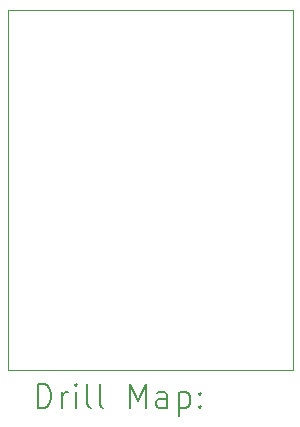
<source format=gbr>
%TF.GenerationSoftware,KiCad,Pcbnew,7.0.10*%
%TF.CreationDate,2024-02-09T12:47:51+11:00*%
%TF.ProjectId,PIC16F15214 Debugger,50494331-3646-4313-9532-313420446562,1.0-A*%
%TF.SameCoordinates,Original*%
%TF.FileFunction,Drillmap*%
%TF.FilePolarity,Positive*%
%FSLAX45Y45*%
G04 Gerber Fmt 4.5, Leading zero omitted, Abs format (unit mm)*
G04 Created by KiCad (PCBNEW 7.0.10) date 2024-02-09 12:47:51*
%MOMM*%
%LPD*%
G01*
G04 APERTURE LIST*
%ADD10C,0.100000*%
%ADD11C,0.200000*%
G04 APERTURE END LIST*
D10*
X13336513Y-8255000D02*
X15749513Y-8255000D01*
X15749513Y-11303000D01*
X13336513Y-11303000D01*
X13336513Y-8255000D01*
D11*
X13592290Y-11619484D02*
X13592290Y-11419484D01*
X13592290Y-11419484D02*
X13639909Y-11419484D01*
X13639909Y-11419484D02*
X13668480Y-11429008D01*
X13668480Y-11429008D02*
X13687528Y-11448055D01*
X13687528Y-11448055D02*
X13697052Y-11467103D01*
X13697052Y-11467103D02*
X13706575Y-11505198D01*
X13706575Y-11505198D02*
X13706575Y-11533769D01*
X13706575Y-11533769D02*
X13697052Y-11571865D01*
X13697052Y-11571865D02*
X13687528Y-11590912D01*
X13687528Y-11590912D02*
X13668480Y-11609960D01*
X13668480Y-11609960D02*
X13639909Y-11619484D01*
X13639909Y-11619484D02*
X13592290Y-11619484D01*
X13792290Y-11619484D02*
X13792290Y-11486150D01*
X13792290Y-11524246D02*
X13801813Y-11505198D01*
X13801813Y-11505198D02*
X13811337Y-11495674D01*
X13811337Y-11495674D02*
X13830385Y-11486150D01*
X13830385Y-11486150D02*
X13849433Y-11486150D01*
X13916099Y-11619484D02*
X13916099Y-11486150D01*
X13916099Y-11419484D02*
X13906575Y-11429008D01*
X13906575Y-11429008D02*
X13916099Y-11438531D01*
X13916099Y-11438531D02*
X13925623Y-11429008D01*
X13925623Y-11429008D02*
X13916099Y-11419484D01*
X13916099Y-11419484D02*
X13916099Y-11438531D01*
X14039909Y-11619484D02*
X14020861Y-11609960D01*
X14020861Y-11609960D02*
X14011337Y-11590912D01*
X14011337Y-11590912D02*
X14011337Y-11419484D01*
X14144671Y-11619484D02*
X14125623Y-11609960D01*
X14125623Y-11609960D02*
X14116099Y-11590912D01*
X14116099Y-11590912D02*
X14116099Y-11419484D01*
X14373242Y-11619484D02*
X14373242Y-11419484D01*
X14373242Y-11419484D02*
X14439909Y-11562341D01*
X14439909Y-11562341D02*
X14506575Y-11419484D01*
X14506575Y-11419484D02*
X14506575Y-11619484D01*
X14687528Y-11619484D02*
X14687528Y-11514722D01*
X14687528Y-11514722D02*
X14678004Y-11495674D01*
X14678004Y-11495674D02*
X14658956Y-11486150D01*
X14658956Y-11486150D02*
X14620861Y-11486150D01*
X14620861Y-11486150D02*
X14601813Y-11495674D01*
X14687528Y-11609960D02*
X14668480Y-11619484D01*
X14668480Y-11619484D02*
X14620861Y-11619484D01*
X14620861Y-11619484D02*
X14601813Y-11609960D01*
X14601813Y-11609960D02*
X14592290Y-11590912D01*
X14592290Y-11590912D02*
X14592290Y-11571865D01*
X14592290Y-11571865D02*
X14601813Y-11552817D01*
X14601813Y-11552817D02*
X14620861Y-11543293D01*
X14620861Y-11543293D02*
X14668480Y-11543293D01*
X14668480Y-11543293D02*
X14687528Y-11533769D01*
X14782766Y-11486150D02*
X14782766Y-11686150D01*
X14782766Y-11495674D02*
X14801813Y-11486150D01*
X14801813Y-11486150D02*
X14839909Y-11486150D01*
X14839909Y-11486150D02*
X14858956Y-11495674D01*
X14858956Y-11495674D02*
X14868480Y-11505198D01*
X14868480Y-11505198D02*
X14878004Y-11524246D01*
X14878004Y-11524246D02*
X14878004Y-11581388D01*
X14878004Y-11581388D02*
X14868480Y-11600436D01*
X14868480Y-11600436D02*
X14858956Y-11609960D01*
X14858956Y-11609960D02*
X14839909Y-11619484D01*
X14839909Y-11619484D02*
X14801813Y-11619484D01*
X14801813Y-11619484D02*
X14782766Y-11609960D01*
X14963718Y-11600436D02*
X14973242Y-11609960D01*
X14973242Y-11609960D02*
X14963718Y-11619484D01*
X14963718Y-11619484D02*
X14954194Y-11609960D01*
X14954194Y-11609960D02*
X14963718Y-11600436D01*
X14963718Y-11600436D02*
X14963718Y-11619484D01*
X14963718Y-11495674D02*
X14973242Y-11505198D01*
X14973242Y-11505198D02*
X14963718Y-11514722D01*
X14963718Y-11514722D02*
X14954194Y-11505198D01*
X14954194Y-11505198D02*
X14963718Y-11495674D01*
X14963718Y-11495674D02*
X14963718Y-11514722D01*
M02*

</source>
